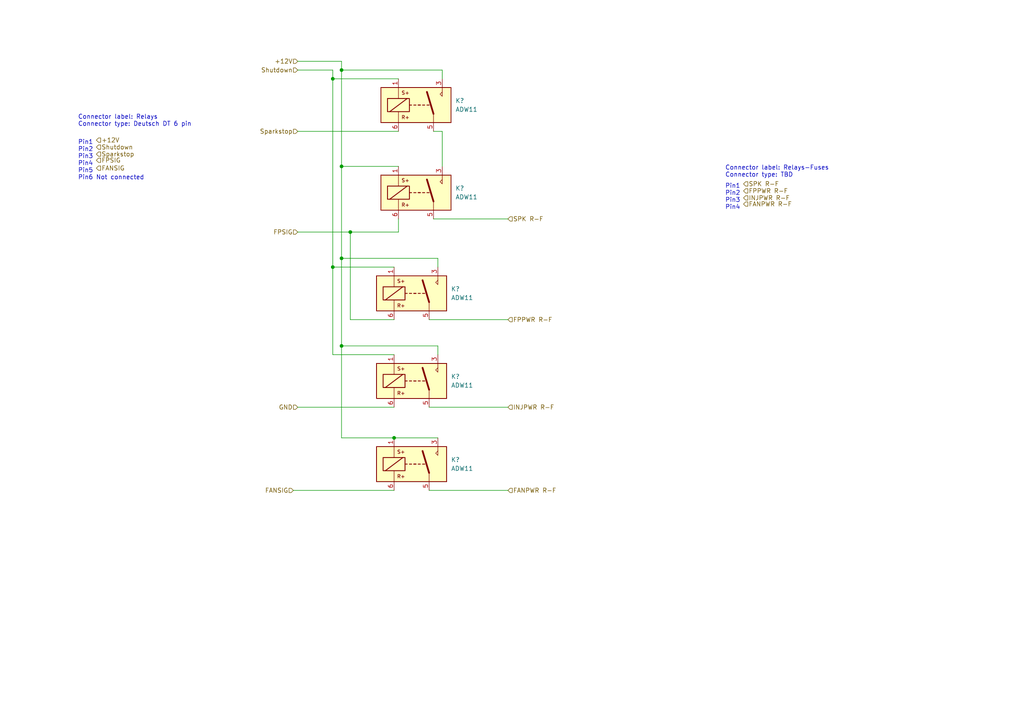
<source format=kicad_sch>
(kicad_sch (version 20211123) (generator eeschema)
  (paper "A4")
  (lib_symbols
    (symbol "Relay:ADW11"
      (property "Reference" "K" (at 11.43 3.81 0))
      (property "Value" "ADW11" (at 13.97 1.27 0))
      (symbol "ADW11_1_1"
        (rectangle (start -10.16 5.08) (end 10.16 -5.08) (stroke (width 0.254)) (fill (type background)))
        (rectangle (start -8.255 1.905) (end -1.905 -1.905) (stroke (width 0.254)))
        (polyline (pts (xy -7.62 -1.905) (xy -2.54 1.905)) (stroke (width 0.254)))
        (polyline (pts (xy -5.08 -5.08) (xy -5.08 -1.905)))
        (polyline (pts (xy -5.08 5.08) (xy -5.08 1.905)))
        (polyline (pts (xy -1.905 0) (xy -1.27 0)) (stroke (width 0.254)))
        (polyline (pts (xy -0.635 0) (xy 0 0)) (stroke (width 0.254)))
        (polyline (pts (xy 0.635 0) (xy 1.27 0)) (stroke (width 0.254)))
        (polyline (pts (xy 0.635 0) (xy 1.27 0)) (stroke (width 0.254)))
        (polyline (pts (xy 1.905 0) (xy 2.54 0)) (stroke (width 0.254)))
        (polyline (pts (xy 3.175 0) (xy 3.81 0)) (stroke (width 0.254)))
        (polyline (pts (xy 5.08 -2.54) (xy 3.175 3.81)) (stroke (width 0.508)))
        (polyline (pts (xy 5.08 -2.54) (xy 5.08 -5.08)))
        (polyline (pts (xy 7.62 3.81) (xy 7.62 5.08)))
        (polyline (pts (xy 7.62 3.81) (xy 7.62 2.54) (xy 6.985 3.175) (xy 7.62 3.81)))
        (text "R+" (at -3.048 -3.556 0) (effects (font (size 1.016 1.016))))
        (text "S+" (at -3.048 3.556 0) (effects (font (size 1.016 1.016))))
        (pin passive line (at -5.08 7.62 270) (length 2.54) (name "~") (number "1"))
        (pin passive line (at 7.62 7.62 270) (length 2.54) (name "~") (number "3"))
        (pin passive line (at 5.08 -7.62 90) (length 2.54) (name "~") (number "5"))
        (pin passive line (at -5.08 -7.62 90) (length 2.54) (name "~") (number "6"))
      )
    )
  )
  (junction (at 101.6 67.31))
  (junction (at 99.06 48.26))
  (junction (at 99.06 74.93))
  (junction (at 114.3 127))
  (junction (at 96.52 22.86))
  (junction (at 99.06 100.33))
  (junction (at 99.06 20.32))
  (junction (at 96.52 77.47))
  (wire (pts (xy 115.57 63.5) (xy 115.57 67.31)))
  (wire (pts (xy 96.52 20.32) (xy 96.52 22.86)))
  (wire (pts (xy 125.73 63.5) (xy 147.32 63.5)))
  (wire (pts (xy 101.6 92.71) (xy 114.3 92.71)))
  (wire (pts (xy 86.36 67.31) (xy 101.6 67.31)))
  (wire (pts (xy 99.06 74.93) (xy 127 74.93)))
  (wire (pts (xy 99.06 100.33) (xy 99.06 127)))
  (wire (pts (xy 124.46 142.24) (xy 147.32 142.24)))
  (wire (pts (xy 86.36 118.11) (xy 114.3 118.11)))
  (wire (pts (xy 99.06 17.78) (xy 99.06 20.32)))
  (wire (pts (xy 124.46 118.11) (xy 147.32 118.11)))
  (wire (pts (xy 124.46 92.71) (xy 147.32 92.71)))
  (wire (pts (xy 115.57 67.31) (xy 101.6 67.31)))
  (wire (pts (xy 96.52 102.87) (xy 114.3 102.87)))
  (wire (pts (xy 86.36 38.1) (xy 115.57 38.1)))
  (wire (pts (xy 127 77.47) (xy 127 74.93)))
  (wire (pts (xy 99.06 20.32) (xy 99.06 48.26)))
  (wire (pts (xy 99.06 74.93) (xy 99.06 100.33)))
  (wire (pts (xy 96.52 22.86) (xy 96.52 77.47)))
  (wire (pts (xy 128.27 38.1) (xy 128.27 48.26)))
  (wire (pts (xy 128.27 22.86) (xy 128.27 20.32)))
  (wire (pts (xy 85.09 142.24) (xy 114.3 142.24)))
  (wire (pts (xy 115.57 22.86) (xy 96.52 22.86)))
  (wire (pts (xy 99.06 100.33) (xy 127 100.33)))
  (wire (pts (xy 99.06 127) (xy 114.3 127)))
  (wire (pts (xy 96.52 77.47) (xy 114.3 77.47)))
  (wire (pts (xy 86.36 20.32) (xy 96.52 20.32)))
  (wire (pts (xy 99.06 48.26) (xy 115.57 48.26)))
  (wire (pts (xy 125.73 38.1) (xy 128.27 38.1)))
  (wire (pts (xy 101.6 67.31) (xy 101.6 92.71)))
  (wire (pts (xy 86.36 17.78) (xy 99.06 17.78)))
  (wire (pts (xy 127 102.87) (xy 127 100.33)))
  (wire (pts (xy 114.3 127) (xy 127 127)))
  (wire (pts (xy 99.06 20.32) (xy 128.27 20.32)))
  (wire (pts (xy 96.52 77.47) (xy 96.52 102.87)))
  (wire (pts (xy 99.06 48.26) (xy 99.06 74.93)))
  (text "Connector label: Relays-Fuses\nConnector type: TBD\n" (at 210.312 51.562 0) (effects (font (size 1.27 1.27)) (justify left bottom)))
  (text "Connector label: Relays\nConnector type: Deutsch DT 6 pin\n\n" (at 22.606 38.862 0) (effects (font (size 1.27 1.27)) (justify left bottom)))
  (text "Pin1\nPin2\nPin3\nPin4\nPin5\nPin6 Not connected\n" (at 22.606 52.324 0) (effects (font (size 1.27 1.27)) (justify left bottom)))
  (text "Pin1\nPin2\nPin3\nPin4\n\n\n" (at 210.312 65.024 0) (effects (font (size 1.27 1.27)) (justify left bottom)))
  (hierarchical_label "FANPWR R-F" (shape input) (at 147.32 142.24 0))
  (hierarchical_label "INJPWR R-F" (shape input) (at 147.32 118.11 0))
  (hierarchical_label "FPSIG" (shape input) (at 86.36 67.31 180))
  (hierarchical_label "Sparkstop" (shape input) (at 86.36 38.1 180))
  (hierarchical_label "FPPWR R-F" (shape input) (at 215.646 55.372 0))
  (hierarchical_label "FPSIG" (shape input) (at 27.94 46.482 0))
  (hierarchical_label "SPK R-F" (shape input) (at 147.32 63.5 0))
  (hierarchical_label "FPPWR R-F" (shape input) (at 147.32 92.71 0))
  (hierarchical_label "FANSIG" (shape input) (at 85.09 142.24 180))
  (hierarchical_label "FANSIG" (shape input) (at 27.94 48.768 0))
  (hierarchical_label "+12V" (shape input) (at 27.94 40.64 0))
  (hierarchical_label "Sparkstop" (shape input) (at 27.94 44.704 0))
  (hierarchical_label "SPK R-F" (shape input) (at 215.646 53.34 0))
  (hierarchical_label "+12V" (shape input) (at 86.36 17.78 180))
  (hierarchical_label "FANPWR R-F" (shape input) (at 215.646 59.182 0))
  (hierarchical_label "Shutdown" (shape input) (at 86.36 20.32 180))
  (hierarchical_label "INJPWR R-F" (shape input) (at 215.646 57.404 0))
  (hierarchical_label "Shutdown" (shape input) (at 27.94 42.672 0))
  (hierarchical_label "GND" (shape input) (at 86.36 118.11 180))
  (symbol (lib_id "Relay:ADW11") (at 119.38 134.62 0) (unit 1)
    (property "Reference" "K?" (at 130.81 133.3499 0) (effects (justify left)))
    (property "Value" "ADW11" (at 130.81 135.8899 0) (effects (justify left)))
    (property "Footprint" "Relay_THT:Relay_1P1T_NO_10x24x18.8mm_Panasonic_ADW11xxxxW_THT" (effects hide))
    (property "Datasheet" "https://www.panasonic-electric-works.com/pew/es/downloads/ds_dw_hl_en.pdf" (effects hide))
  )
  (symbol (lib_id "Relay:ADW11") (at 120.65 55.88 0) (unit 1)
    (property "Reference" "K?" (at 132.08 54.6099 0) (effects (justify left)))
    (property "Value" "ADW11" (at 132.08 57.1499 0) (effects (justify left)))
    (property "Footprint" "Relay_THT:Relay_1P1T_NO_10x24x18.8mm_Panasonic_ADW11xxxxW_THT" (effects hide))
    (property "Datasheet" "https://www.panasonic-electric-works.com/pew/es/downloads/ds_dw_hl_en.pdf" (effects hide))
  )
  (symbol (lib_id "Relay:ADW11") (at 119.38 85.09 0) (unit 1)
    (property "Reference" "K?" (at 130.81 83.8199 0) (effects (justify left)))
    (property "Value" "ADW11" (at 130.81 86.3599 0) (effects (justify left)))
    (property "Footprint" "Relay_THT:Relay_1P1T_NO_10x24x18.8mm_Panasonic_ADW11xxxxW_THT" (effects hide))
    (property "Datasheet" "https://www.panasonic-electric-works.com/pew/es/downloads/ds_dw_hl_en.pdf" (effects hide))
  )
  (symbol (lib_id "Relay:ADW11") (at 119.38 110.49 0) (unit 1)
    (property "Reference" "K?" (at 130.81 109.2199 0) (effects (justify left)))
    (property "Value" "ADW11" (at 130.81 111.7599 0) (effects (justify left)))
    (property "Footprint" "Relay_THT:Relay_1P1T_NO_10x24x18.8mm_Panasonic_ADW11xxxxW_THT" (effects hide))
    (property "Datasheet" "https://www.panasonic-electric-works.com/pew/es/downloads/ds_dw_hl_en.pdf" (effects hide))
  )
  (symbol (lib_id "Relay:ADW11") (at 120.65 30.48 0) (unit 1)
    (property "Reference" "K?" (at 132.08 29.2099 0) (effects (justify left)))
    (property "Value" "ADW11" (at 132.08 31.7499 0) (effects (justify left)))
    (property "Footprint" "Relay_THT:Relay_1P1T_NO_10x24x18.8mm_Panasonic_ADW11xxxxW_THT" (effects hide))
    (property "Datasheet" "https://www.panasonic-electric-works.com/pew/es/downloads/ds_dw_hl_en.pdf" (effects hide))
  )
)
</source>
